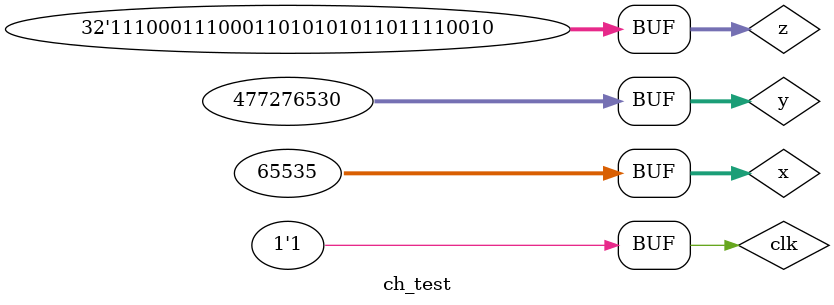
<source format=v>
`timescale 1ns / 1ps


module ch_test;

	// Inputs
	reg [31:0] x;
	reg [31:0] y;
	reg [31:0] z;
	reg clk;

	// Outputs
	wire [31:0] c;

	// Instantiate the Unit Under Test (UUT)
	ch uut (
		.c(c), 
		.x(x), 
		.y(y), 
		.z(z), 
		.clk(clk)
	);

	initial begin
		// Initialize Inputs
		x = 32'b00000000000000001111111111111111;
		y = 32'b00011100011100101010100101110010;
		z = 32'b11100011100011010101011011110010;
		clk = 0;

		// Wait 100 ns for global reset to finish
		#100;
		clk = 1;
		#1;
		clk = 0;
		#1;
		clk = 1;
		// Add stimulus here

	end
      
endmodule


</source>
